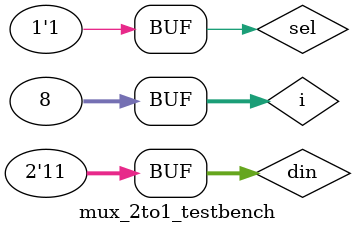
<source format=sv>
module mux_2to1 (out, din, sel);
    input logic sel;
    input logic [1:0] din;
    output logic out;

    logic notSel, tmp0, tmp1;

    nand n1 (tmp0, din[1], sel);
    nand n2 (notSel, sel, sel);
    nand n3 (tmp1, din[0], notSel);
    nand n4 (out, tmp0, tmp1);
endmodule

module mux_2to1_testbench;
    logic [1:0] din;
	logic sel, out;

    parameter delay = 10;

    integer i;
    initial begin
        for (i = 0; i < 8; i++) begin
            {sel, din[1], din[0]} = i;
            #delay;
        end
    end

    mux_2to1 dut (.out, .din, .sel);
endmodule

</source>
